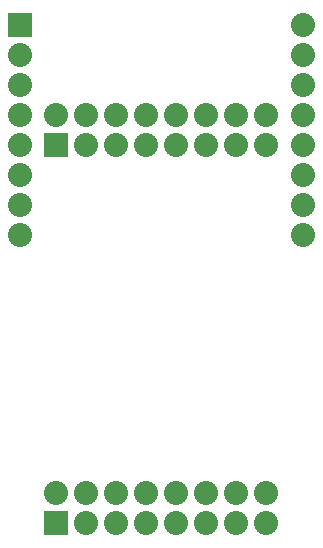
<source format=gbs>
G04 (created by PCBNEW-RS274X (2011-aug-04)-testing) date Wed 17 Apr 2013 04:19:54 PM PDT*
G01*
G70*
G90*
%MOIN*%
G04 Gerber Fmt 3.4, Leading zero omitted, Abs format*
%FSLAX34Y34*%
G04 APERTURE LIST*
%ADD10C,0.006000*%
%ADD11R,0.080000X0.080000*%
%ADD12C,0.080000*%
G04 APERTURE END LIST*
G54D10*
G54D11*
X22799Y-39398D03*
G54D12*
X22799Y-38398D03*
X23799Y-39398D03*
X23799Y-38398D03*
X24799Y-39398D03*
X24799Y-38398D03*
X25799Y-39398D03*
X25799Y-38398D03*
X26799Y-39398D03*
X26799Y-38398D03*
X27799Y-39398D03*
X27799Y-38398D03*
X28799Y-39398D03*
X28799Y-38398D03*
X29799Y-39398D03*
X29799Y-38398D03*
G54D11*
X22799Y-26799D03*
G54D12*
X22799Y-25799D03*
X23799Y-26799D03*
X23799Y-25799D03*
X24799Y-26799D03*
X24799Y-25799D03*
X25799Y-26799D03*
X25799Y-25799D03*
X26799Y-26799D03*
X26799Y-25799D03*
X27799Y-26799D03*
X27799Y-25799D03*
X28799Y-26799D03*
X28799Y-25799D03*
X29799Y-26799D03*
X29799Y-25799D03*
X31023Y-29800D03*
X31023Y-28800D03*
X31023Y-27800D03*
X31023Y-26800D03*
X31023Y-25800D03*
X31023Y-24800D03*
X31023Y-23800D03*
X31023Y-22800D03*
G54D11*
X21574Y-22800D03*
G54D12*
X21574Y-23800D03*
X21574Y-24800D03*
X21574Y-25800D03*
X21574Y-26800D03*
X21574Y-27800D03*
X21574Y-28800D03*
X21574Y-29800D03*
M02*

</source>
